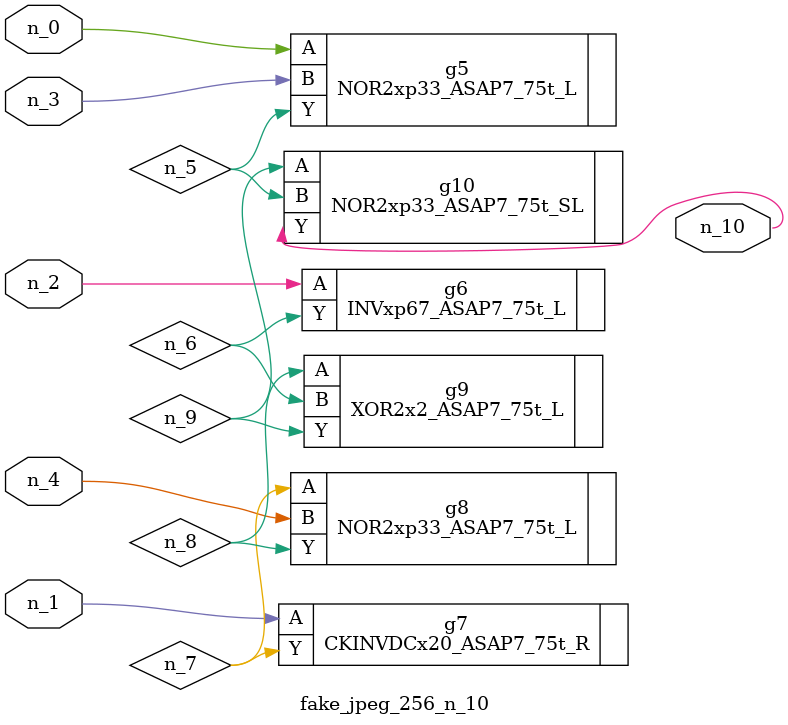
<source format=v>
module fake_jpeg_256_n_10 (n_3, n_2, n_1, n_0, n_4, n_10);

input n_3;
input n_2;
input n_1;
input n_0;
input n_4;

output n_10;

wire n_8;
wire n_9;
wire n_6;
wire n_5;
wire n_7;

NOR2xp33_ASAP7_75t_L g5 ( 
.A(n_0),
.B(n_3),
.Y(n_5)
);

INVxp67_ASAP7_75t_L g6 ( 
.A(n_2),
.Y(n_6)
);

CKINVDCx20_ASAP7_75t_R g7 ( 
.A(n_1),
.Y(n_7)
);

NOR2xp33_ASAP7_75t_L g8 ( 
.A(n_7),
.B(n_4),
.Y(n_8)
);

XOR2x2_ASAP7_75t_L g9 ( 
.A(n_8),
.B(n_6),
.Y(n_9)
);

NOR2xp33_ASAP7_75t_SL g10 ( 
.A(n_9),
.B(n_5),
.Y(n_10)
);


endmodule
</source>
